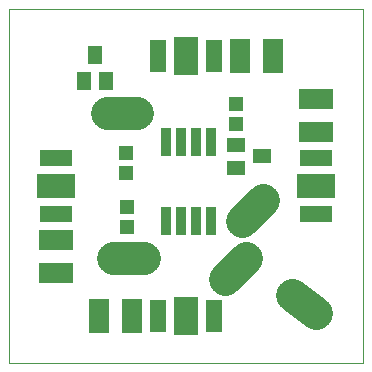
<source format=gts>
G75*
G70*
%OFA0B0*%
%FSLAX24Y24*%
%IPPOS*%
%LPD*%
%AMOC8*
5,1,8,0,0,1.08239X$1,22.5*
%
%ADD10C,0.0000*%
%ADD11R,0.0513X0.0474*%
%ADD12R,0.0631X0.0474*%
%ADD13C,0.1085*%
%ADD14R,0.0320X0.0950*%
%ADD15R,0.0474X0.0631*%
%ADD16R,0.0552X0.1064*%
%ADD17R,0.0789X0.1261*%
%ADD18R,0.0710X0.1143*%
%ADD19R,0.1064X0.0552*%
%ADD20R,0.1261X0.0789*%
%ADD21R,0.1143X0.0710*%
D10*
X000101Y000726D02*
X000101Y012537D01*
X011912Y012537D01*
X011912Y000726D01*
X000101Y000726D01*
D11*
X004043Y005256D03*
X004043Y005926D03*
X004018Y007063D03*
X004018Y007732D03*
X007659Y008703D03*
X007659Y009373D03*
D12*
X007676Y007995D03*
X007676Y007247D03*
X008543Y007621D03*
D13*
X008566Y006160D02*
X007856Y005449D01*
X008015Y004231D02*
X007305Y003520D01*
X009532Y002982D02*
X010355Y002406D01*
X004591Y004246D02*
X003586Y004246D01*
X003383Y009067D02*
X004388Y009067D01*
D14*
X005335Y008109D03*
X005835Y008109D03*
X006335Y008109D03*
X006835Y008109D03*
X006835Y005459D03*
X006335Y005459D03*
X005835Y005459D03*
X005335Y005459D03*
D15*
X003339Y010134D03*
X002591Y010134D03*
X002965Y011000D03*
D16*
X005061Y010962D03*
X006951Y010962D03*
X006951Y002300D03*
X005061Y002300D03*
D17*
X006006Y002300D03*
X006006Y010962D03*
D18*
X007817Y010962D03*
X008920Y010962D03*
X004195Y002300D03*
X003093Y002300D03*
D19*
X001676Y005686D03*
X001676Y007576D03*
X010337Y007576D03*
X010337Y005686D03*
D20*
X010337Y006631D03*
X001676Y006631D03*
D21*
X001676Y004820D03*
X001676Y003718D03*
X010337Y008442D03*
X010337Y009545D03*
M02*

</source>
